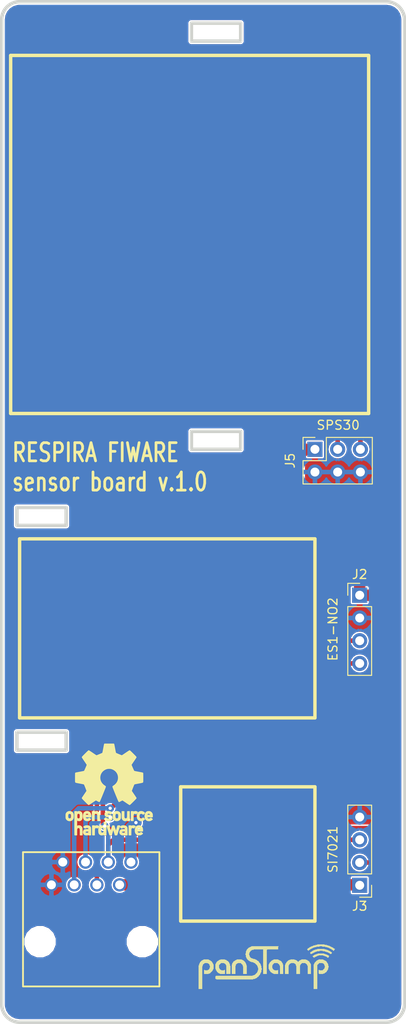
<source format=kicad_pcb>
(kicad_pcb (version 20171130) (host pcbnew 5.0.2-bee76a0~70~ubuntu18.04.1)
  (title_block (title "RESPIRA FIWARE - Auxiliary sensor board") (date 2019-09-02) (rev 1.0))
  (layers (0 Front signal) (1 Ground power) (2 Power power) (31 Back signal) (34 B.Paste user) (35 F.Paste user) (36 B.SilkS user) (37 F.SilkS user) (38 B.Mask user) (39 F.Mask user) (44 Edge.Cuts user))
  (net 0 "")
  (net 1 +5V)
  (net 2 GND)
  (net 3 +3V3)
  (net 4 /RXD2)
  (net 5 /TXD2)
  (net 6 /I2C_SCL)
  (net 7 /I2C_SDA)
  (module mymods:PANSTAMPLOGO (layer Front) (at 137 150)
    (fp_text reference G*** hide)
    (fp_text value PANSTAMPLOGO hide)
  )
  (module mysmd:oshlogo (layer Front) (at 127 133)
    (fp_text reference G*** hide)
    (fp_text value LOGO hide)
  )
  (module Connector_PinHeader_2.54mm:PinHeader_1x04_P2.54mm_Vertical (layer Front) (at 155 111.3)
    (fp_text reference J2 (at 0 -2.33) (layer F.SilkS))
    (fp_text value ES1-NO2 (at -3 3.8 90) (layer F.SilkS))
    (pad 4 thru_hole oval (at 0 7.62) (size 1.7 1.7) (drill 1) (layers *.Cu *.Mask) (net 4 /RXD2))
    (pad 3 thru_hole oval (at 0 5.08) (size 1.7 1.7) (drill 1) (layers *.Cu *.Mask) (net 5 /TXD2))
    (pad 2 thru_hole oval (at 0 2.54) (size 1.7 1.7) (drill 1) (layers *.Cu *.Mask) (net 2 GND))
    (pad 1 thru_hole rect (at 0 0) (size 1.7 1.7) (drill 1) (layers *.Cu *.Mask) (net 1 +5V))
  )
  (module Connector_PinHeader_2.54mm:PinHeader_1x04_P2.54mm_Vertical (layer Front) (at 155 143.7 180)
    (fp_text reference J3 (at 0 -2.33 180) (layer F.SilkS))
    (fp_text value SI7021 (at 3 4 270) (layer F.SilkS))
    (pad 1 thru_hole rect (at 0 0 180) (size 1.7 1.7) (drill 1) (layers *.Cu *.Mask) (net 3 +3V3))
    (pad 2 thru_hole oval (at 0 2.54 180) (size 1.7 1.7) (drill 1) (layers *.Cu *.Mask) (net 6 /I2C_SCL))
    (pad 3 thru_hole oval (at 0 5.08 180) (size 1.7 1.7) (drill 1) (layers *.Cu *.Mask) (net 7 /I2C_SDA))
    (pad 4 thru_hole oval (at 0 7.62 180) (size 1.7 1.7) (drill 1) (layers *.Cu *.Mask) (net 2 GND))
  )
  (module myconnectors:RJ45-8-vert (layer Front) (at 125 150)
    (fp_text reference J4)
    (fp_text value RJ45)
    (pad Hole np_thru_hole circle (at -5.715 0) (size 3.19786 3.19786) (drill 3.19786) (layers *.Cu *.Mask F.SilkS))
    (pad Hole np_thru_hole circle (at 5.715 0) (size 3.19786 3.19786) (drill 3.19786) (layers *.Cu *.Mask F.SilkS))
    (pad 8 thru_hole oval (at 4.445 -8.89) (size 1.49606 1.49606) (drill 0.99822) (layers *.Cu *.Mask) (net 1 +5V))
    (pad 7 thru_hole oval (at 3.175 -6.35) (size 1.49606 1.49606) (drill 0.99822) (layers *.Cu *.Mask) (net 3 +3V3))
    (pad 6 thru_hole oval (at 1.905 -8.89) (size 1.49606 1.49606) (drill 0.99822) (layers *.Cu *.Mask) (net 7 /I2C_SDA))
    (pad 4 thru_hole oval (at -0.635 -8.89) (size 1.49606 1.49606) (drill 0.99822) (layers *.Cu *.Mask) (net 4 /RXD2))
    (pad 2 thru_hole oval (at -3.175 -8.89) (size 1.49606 1.49606) (drill 0.99822) (layers *.Cu *.Mask) (net 2 GND))
    (pad 5 thru_hole oval (at 0.635 -6.35) (size 1.49606 1.49606) (drill 0.99822) (layers *.Cu *.Mask) (net 6 /I2C_SCL))
    (pad 3 thru_hole oval (at -1.905 -6.35) (size 1.49606 1.49606) (drill 0.99822) (layers *.Cu *.Mask) (net 5 /TXD2))
    (pad 1 thru_hole oval (at -4.445 -6.35) (size 1.49606 1.49606) (drill 0.99822) (layers *.Cu *.Mask) (net 2 GND))
  )
  (module Connector_PinSocket_2.54mm:PinSocket_2x03_P2.54mm_Vertical (layer Front) (at 150 95 90)
    (fp_text reference J5 (at -1.27 -2.77 90) (layer F.SilkS))
    (fp_text value SPS30 (at 2.7 2.6 180) (layer F.SilkS))
    (pad 1 thru_hole rect (at 0 0 90) (size 1.7 1.7) (drill 1) (layers *.Cu *.Mask) (net 1 +5V))
    (pad 2 thru_hole oval (at -2.54 0 90) (size 1.7 1.7) (drill 1) (layers *.Cu *.Mask) (net 2 GND))
    (pad 3 thru_hole oval (at 0 2.54 90) (size 1.7 1.7) (drill 1) (layers *.Cu *.Mask) (net 7 /I2C_SDA))
    (pad 4 thru_hole oval (at -2.54 2.54 90) (size 1.7 1.7) (drill 1) (layers *.Cu *.Mask) (net 2 GND))
    (pad 5 thru_hole oval (at 0 5.08 90) (size 1.7 1.7) (drill 1) (layers *.Cu *.Mask) (net 6 /I2C_SCL))
    (pad 6 thru_hole oval (at -2.54 5.08 90) (size 1.7 1.7) (drill 1) (layers *.Cu *.Mask) (net 2 GND))
  )
  (gr_line (start 158 159) (end 156 159) (layer Edge.Cuts) (width 0.381))
  (gr_line (start 158 45) (end 156 45) (layer Edge.Cuts) (width 0.381))
  (gr_arc (start 158 157) (end 158 159) (angle -90) (layer Edge.Cuts) (width 0.381))
  (gr_line (start 156 159) (end 117 159) (layer Edge.Cuts) (width 0.381))
  (gr_line (start 160 47) (end 160 157) (layer Edge.Cuts) (width 0.381))
  (gr_line (start 115 47) (end 115 157) (layer Edge.Cuts) (width 0.381))
  (gr_line (start 156 45) (end 117 45) (layer Edge.Cuts) (width 0.381))
  (gr_arc (start 158 47) (end 160 47) (angle -90) (layer Edge.Cuts) (width 0.381))
  (gr_arc (start 117 47) (end 117 45) (angle -90) (layer Edge.Cuts) (width 0.381))
  (gr_arc (start 117 157) (end 115 157) (angle -90) (layer Edge.Cuts) (width 0.381))
  (gr_line (start 122.2 128.6) (end 122.2 126.6) (layer Edge.Cuts) (width 0.381))
  (gr_line (start 122.2 126.6) (end 116.7 126.6) (layer Edge.Cuts) (width 0.381))
  (gr_line (start 116.7 128.6) (end 122.2 128.6) (layer Edge.Cuts) (width 0.381))
  (gr_line (start 116.7 126.6) (end 116.7 128.6) (layer Edge.Cuts) (width 0.381))
  (gr_line (start 122.2 103.5) (end 122.2 101.5) (layer Edge.Cuts) (width 0.381))
  (gr_line (start 122.2 101.5) (end 116.7 101.5) (layer Edge.Cuts) (width 0.381))
  (gr_line (start 116.7 103.5) (end 122.2 103.5) (layer Edge.Cuts) (width 0.381))
  (gr_line (start 116.7 101.5) (end 116.7 103.5) (layer Edge.Cuts) (width 0.381))
  (gr_line (start 141.7 49.4) (end 141.7 47.4) (layer Edge.Cuts) (width 0.381))
  (gr_line (start 141.7 47.4) (end 136.2 47.4) (layer Edge.Cuts) (width 0.381))
  (gr_line (start 136.2 49.4) (end 141.7 49.4) (layer Edge.Cuts) (width 0.381))
  (gr_line (start 136.2 47.4) (end 136.2 49.4) (layer Edge.Cuts) (width 0.381))
  (gr_line (start 141.7 95) (end 141.7 93) (layer Edge.Cuts) (width 0.381))
  (gr_line (start 136.2 95) (end 141.7 95) (layer Edge.Cuts) (width 0.381))
  (gr_line (start 136.2 93) (end 136.2 95) (layer Edge.Cuts) (width 0.381))
  (gr_line (start 141.7 93) (end 136.2 93) (layer Edge.Cuts) (width 0.381))
  (gr_line (start 116 51) (end 116 91) (layer F.SilkS) (width 0.381))
  (gr_line (start 156 51) (end 116 51) (layer F.SilkS) (width 0.381))
  (gr_line (start 156 91) (end 156 51) (layer F.SilkS) (width 0.381))
  (gr_line (start 116 91) (end 156 91) (layer F.SilkS) (width 0.381))
  (gr_line (start 135 147.7) (end 135 132.7) (layer F.SilkS) (width 0.381))
  (gr_line (start 150 147.7) (end 135 147.7) (layer F.SilkS) (width 0.381))
  (gr_line (start 150 132.7) (end 150 147.7) (layer F.SilkS) (width 0.381))
  (gr_line (start 135 132.7) (end 150 132.7) (layer F.SilkS) (width 0.381))
  (gr_line (start 117 105) (end 117 125) (layer F.SilkS) (width 0.381))
  (gr_line (start 150 105) (end 117 105) (layer F.SilkS) (width 0.381))
  (gr_line (start 150 125) (end 150 105) (layer F.SilkS) (width 0.381))
  (gr_line (start 117 125) (end 150 125) (layer F.SilkS) (width 0.381))
  (gr_text "RESPIRA FIWARE\nsensor board v.1.0" (at 116 97) (layer F.SilkS) (effects (font (size 2.032 1.524) (thickness 0.3048)) (justify left)))
  (segment (start 155 102.2) (end 155 111.3) (width 1.27) (layer Front) (net 1))
  (segment (start 150 95) (end 148.9 95) (width 1.27) (layer Front) (net 1))
  (segment (start 148.1 95.8) (end 148.1 100.4) (width 1.27) (layer Front) (net 1))
  (segment (start 148.9 95) (end 148.1 95.8) (width 1.27) (layer Front) (net 1))
  (segment (start 153.9 101.1) (end 155 102.2) (width 1.27) (layer Front) (net 1))
  (segment (start 148.8 101.1) (end 153.9 101.1) (width 1.27) (layer Front) (net 1))
  (segment (start 148.1 100.4) (end 148.8 101.1) (width 1.27) (layer Front) (net 1))
  (segment (start 129.445 141.11) (end 129.445 137.255) (width 1.27) (layer Back) (net 1))
  (via (at 130 136.7) (size 0.8763) (drill 0.3683) (layers Front Back) (net 1))
  (segment (start 129.445 137.255) (end 130 136.7) (width 1.27) (layer Back) (net 1))
  (segment (start 130 128.2) (end 130.7 127.5) (width 1.27) (layer Front) (net 1))
  (segment (start 130 136.7) (end 130 128.2) (width 1.27) (layer Front) (net 1))
  (segment (start 156.4 111.3) (end 155 111.3) (width 1.27) (layer Front) (net 1))
  (segment (start 130.7 127.5) (end 156.2 127.5) (width 1.27) (layer Front) (net 1))
  (segment (start 156.2 127.5) (end 157.4 126.3) (width 1.27) (layer Front) (net 1))
  (segment (start 157.4 126.3) (end 157.4 112.3) (width 1.27) (layer Front) (net 1))
  (segment (start 157.4 112.3) (end 156.4 111.3) (width 1.27) (layer Front) (net 1))
  (segment (start 154.95 143.65) (end 155 143.7) (width 1.27) (layer Front) (net 3))
  (segment (start 128.175 143.65) (end 154.95 143.65) (width 1.27) (layer Front) (net 3))
  (segment (start 124.365 141.11) (end 124.365 136.535) (width 0.508) (layer Back) (net 4))
  (via (at 127.11915 136.1) (size 0.8763) (drill 0.3683) (layers Front Back) (net 4))
  (segment (start 124.365 136.535) (end 124.8 136.1) (width 0.508) (layer Back) (net 4))
  (segment (start 124.8 136.1) (end 127.11915 136.1) (width 0.508) (layer Back) (net 4))
  (segment (start 127.11915 136.1) (end 127.9 136.1) (width 0.508) (layer Front) (net 4))
  (segment (start 127.9 136.1) (end 128.4 135.6) (width 0.508) (layer Front) (net 4))
  (segment (start 128.4 135.6) (end 128.4 119.5) (width 0.508) (layer Front) (net 4))
  (segment (start 128.98 118.92) (end 155 118.92) (width 0.508) (layer Front) (net 4))
  (segment (start 128.4 119.5) (end 128.98 118.92) (width 0.508) (layer Front) (net 4))
  (segment (start 123.095 143.65) (end 123.095 135.605) (width 0.508) (layer Back) (net 5))
  (via (at 127.11915 135.096697) (size 0.8763) (drill 0.3683) (layers Front Back) (net 5))
  (segment (start 123.095 135.605) (end 123.603303 135.096697) (width 0.508) (layer Back) (net 5))
  (segment (start 123.603303 135.096697) (end 127.11915 135.096697) (width 0.508) (layer Back) (net 5))
  (segment (start 128.42 116.38) (end 155 116.38) (width 0.508) (layer Front) (net 5))
  (segment (start 127.7 117.1) (end 128.42 116.38) (width 0.508) (layer Front) (net 5))
  (segment (start 127.7 134.6) (end 127.7 117.1) (width 0.508) (layer Front) (net 5))
  (segment (start 127.11915 135.096697) (end 127.203303 135.096697) (width 0.508) (layer Front) (net 5))
  (segment (start 127.203303 135.096697) (end 127.7 134.6) (width 0.508) (layer Front) (net 5))
  (segment (start 125.635 138.265) (end 126 137.9) (width 0.508) (layer Front) (net 6))
  (segment (start 126 137.9) (end 153.2 137.9) (width 0.508) (layer Front) (net 6))
  (segment (start 153.788999 137.311001) (end 155.911001 137.311001) (width 0.508) (layer Front) (net 6))
  (segment (start 153.2 137.9) (end 153.788999 137.311001) (width 0.508) (layer Front) (net 6))
  (segment (start 155.911001 137.311001) (end 156.5 137.9) (width 0.508) (layer Front) (net 6))
  (segment (start 156.5 137.9) (end 156.5 140.8) (width 0.508) (layer Front) (net 6))
  (segment (start 156.14 141.16) (end 155 141.16) (width 0.508) (layer Front) (net 6))
  (segment (start 156.5 140.8) (end 156.14 141.16) (width 0.508) (layer Front) (net 6))
  (segment (start 125.635 139.1) (end 125.635 97.265) (width 0.508) (layer Front) (net 6))
  (segment (start 125.635 139.1) (end 125.635 138.265) (width 0.508) (layer Front) (net 6))
  (segment (start 125.635 143.65) (end 125.635 139.1) (width 0.508) (layer Front) (net 6))
  (segment (start 125.635 97.265) (end 126.1 96.8) (width 0.508) (layer Front) (net 6))
  (segment (start 126.1 96.8) (end 143.3 96.8) (width 0.508) (layer Front) (net 6))
  (segment (start 143.3 96.8) (end 143.7 96.4) (width 0.508) (layer Front) (net 6))
  (segment (start 143.7 96.4) (end 143.7 92.5) (width 0.508) (layer Front) (net 6))
  (segment (start 143.7 92.5) (end 144.2 92) (width 0.508) (layer Front) (net 6))
  (segment (start 144.2 92) (end 154.4 92) (width 0.508) (layer Front) (net 6))
  (segment (start 155.08 92.68) (end 155.08 95) (width 0.508) (layer Front) (net 6))
  (segment (start 154.4 92) (end 155.08 92.68) (width 0.508) (layer Front) (net 6))
  (segment (start 155 138.62) (end 127.48 138.62) (width 0.508) (layer Front) (net 7))
  (segment (start 126.905 139.195) (end 126.905 141.11) (width 0.508) (layer Front) (net 7))
  (segment (start 127.48 138.62) (end 126.905 139.195) (width 0.508) (layer Front) (net 7))
  (via (at 126.5 137.08085) (size 0.8763) (drill 0.3683) (layers Front Back) (net 7))
  (segment (start 126.905 141.11) (end 126.905 137.48585) (width 0.508) (layer Back) (net 7))
  (segment (start 126.905 137.48585) (end 126.5 137.08085) (width 0.508) (layer Back) (net 7))
  (segment (start 126.5 137.08085) (end 126.3 136.88085) (width 0.508) (layer Front) (net 7))
  (segment (start 126.3 98.2) (end 127.06499 97.43501) (width 0.508) (layer Front) (net 7))
  (segment (start 126.3 136.88085) (end 126.3 98.2) (width 0.508) (layer Front) (net 7))
  (segment (start 127.06499 97.43501) (end 144.06499 97.43501) (width 0.508) (layer Front) (net 7))
  (segment (start 144.06499 97.43501) (end 144.5 97) (width 0.508) (layer Front) (net 7))
  (segment (start 144.5 97) (end 144.5 93.2) (width 0.508) (layer Front) (net 7))
  (segment (start 144.5 93.2) (end 145 92.7) (width 0.508) (layer Front) (net 7))
  (segment (start 145 92.7) (end 152 92.7) (width 0.508) (layer Front) (net 7))
  (segment (start 152.54 93.24) (end 152.54 95) (width 0.508) (layer Front) (net 7))
  (segment (start 152 92.7) (end 152.54 93.24) (width 0.508) (layer Front) (net 7))
  (zone (net 2) (net_name GND) (layer Back) (connect_pads (clearance 0.1524)) (min_thickness 0.254) (fill yes (arc_segments 16) (thermal_gap 0.508) (thermal_bridge_width 0.508))
    (polygon (pts (xy 115 159) (xy 115 45) (xy 160 45) (xy 160 159)))
  )
  (zone (net 2) (net_name GND) (layer Front) (connect_pads yes (clearance 0.1524)) (min_thickness 0.254) (fill yes (arc_segments 16) (thermal_gap 0.508) (thermal_bridge_width 0.508))
    (polygon (pts (xy 115 159) (xy 115 45) (xy 160 45) (xy 160 159)))
  )
)
</source>
